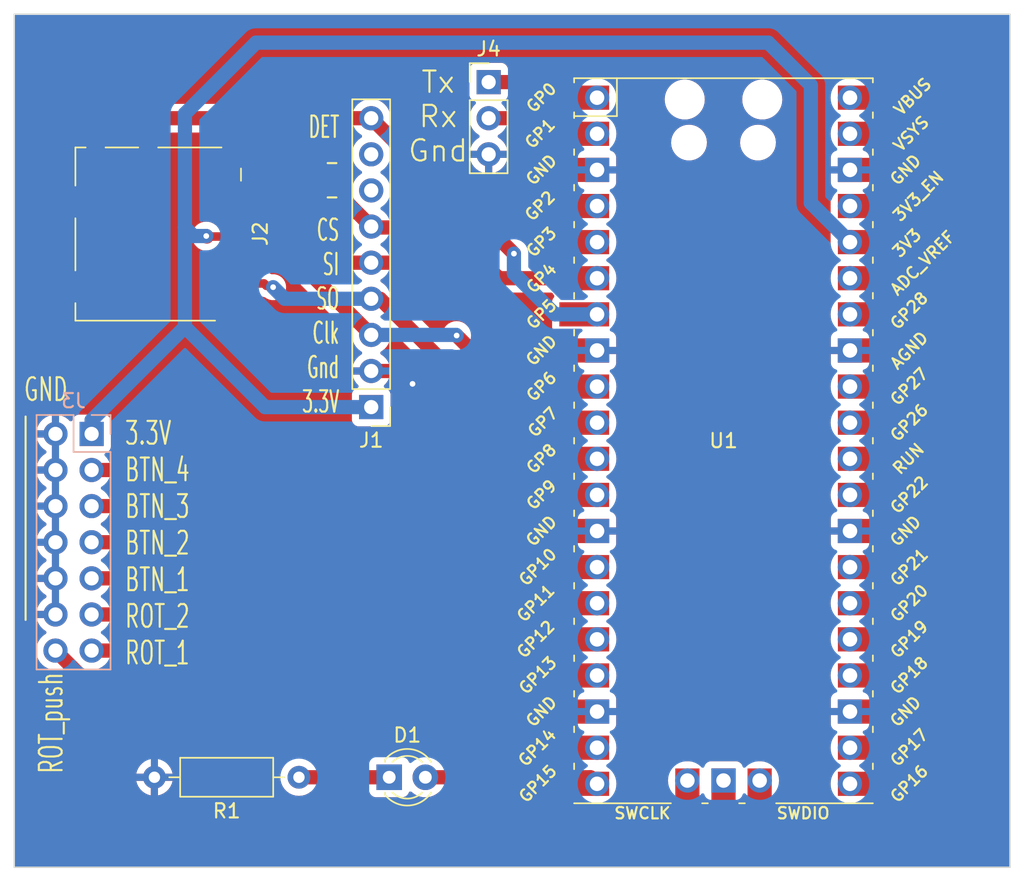
<source format=kicad_pcb>
(kicad_pcb (version 20221018) (generator pcbnew)
  (layers (0 "F.Cu" signal) (31 "B.Cu" signal) (34 "B.Paste" user) (35 "F.Paste" user) (36 "B.SilkS" user "B.Silkscreen") (37 "F.SilkS" user "F.Silkscreen") (38 "B.Mask" user) (39 "F.Mask" user) (44 "Edge.Cuts" user))
  (net 0 "")
  (net 1 "+3.3V")
  (net 2 "GND")
  (net 3 "SD_SPI_CLK")
  (net 4 "SD_SPI_TX")
  (net 5 "SD_SPI_RX")
  (net 6 "SD_CS")
  (net 7 "Net-(D1-K)")
  (net 9 "SD_DET")
  (net 13 "DBG_LED")
  (net 14 "ROT_1")
  (net 15 "ROT_2")
  (net 16 "ROT_BUTTON")
  (net 22 "BUTTON_1")
  (net 37 "BUTTON_2")
  (net 38 "BUTTON_3")
  (net 39 "BUTTON_4")
  (net 40 "DBG_TX")
  (net 41 "DBG_RX")
  (footprint "Connector_Card:microSD_HC_Molex_104031-0811" (layer "F.Cu") (at 110.12 115.4425 -90)
    (fp_text reference "J2" (at 0 -7.18 90) (layer "F.SilkS"))
    (fp_text value "104031-0811" hide)
    (fp_line (start -6.07 -4.45) (end -6.07 0) (stroke (width 0.12)) (layer "F.SilkS"))
    (fp_line (start -6.07 1.4) (end -6.07 3.7) (stroke (width 0.12)) (layer "F.SilkS"))
    (fp_line (start -6.07 5.1) (end -6.07 5.82) (stroke (width 0.12)) (layer "F.SilkS"))
    (fp_line (start -6.07 5.82) (end -3.39 5.82) (stroke (width 0.12)) (layer "F.SilkS"))
    (fp_line (start -4.59 -5.82) (end -3.73 -5.82) (stroke (width 0.12)) (layer "F.SilkS"))
    (fp_line (start -1.09 5.82) (end 2.58 5.82) (stroke (width 0.12)) (layer "F.SilkS"))
    (fp_line (start 4.88 5.82) (end 6.11 5.82) (stroke (width 0.12)) (layer "F.SilkS"))
    (fp_line (start 6.11 5.82) (end 6.11 -4) (stroke (width 0.12)) (layer "F.SilkS"))
    (pad "1" smd rect (at -3.105 -5.45 270) (size 0.85 1.1) (layers "F.Cu" "F.Paste" "F.Mask"))
    (pad "2" smd rect (at -2.005 -5.45 270) (size 0.85 1.1) (layers "F.Cu" "F.Paste" "F.Mask") (net 6 "SD_CS"))
    (pad "3" smd rect (at -0.905 -5.45 270) (size 0.85 1.1) (layers "F.Cu" "F.Paste" "F.Mask") (net 4 "SD_SPI_TX"))
    (pad "4" smd rect (at 0.195 -5.45 270) (size 0.85 1.1) (layers "F.Cu" "F.Paste" "F.Mask") (net 1 "+3.3V"))
    (pad "5" smd rect (at 1.295 -5.45 270) (size 0.85 1.1) (layers "F.Cu" "F.Paste" "F.Mask") (net 3 "SD_SPI_CLK"))
    (pad "6" smd rect (at 2.395 -5.45 270) (size 0.85 1.1) (layers "F.Cu" "F.Paste" "F.Mask") (net 2 "GND"))
    (pad "7" smd rect (at 3.495 -5.45 270) (size 0.85 1.1) (layers "F.Cu" "F.Paste" "F.Mask") (net 5 "SD_SPI_RX"))
    (pad "8" smd rect (at 4.545 -5.45 270) (size 0.75 1.1) (layers "F.Cu" "F.Paste" "F.Mask"))
    (pad "9" smd rect (at -5.74 0.7 270) (size 1.2 1) (layers "F.Cu" "F.Paste" "F.Mask") (net 9 "SD_DET"))
    (pad "10" smd rect (at -5.74 4.4 270) (size 1.2 1) (layers "F.Cu" "F.Paste" "F.Mask") (net 2 "GND"))
    (pad "11" smd rect (at -5.565 -5.325 270) (size 1.55 1.35) (layers "F.Cu" "F.Paste" "F.Mask"))
    (pad "11" smd rect (at -2.24 5.375 270) (size 1.9 1.35) (layers "F.Cu" "F.Paste" "F.Mask"))
    (pad "11" smd rect (at 3.73 5.375 270) (size 1.9 1.35) (layers "F.Cu" "F.Paste" "F.Mask"))
    (pad "11" smd rect (at 5.755 -5.1 270) (size 1.17 1.8) (layers "F.Cu" "F.Paste" "F.Mask"))
  )
  (footprint "MCU_RaspberryPi_and_Boards:RPi_Pico_SMD_TH" (layer "F.Cu") (at 149.86 130)
    (fp_text reference "U1" (at 0 0) (layer "F.SilkS"))
    (fp_text value "Pico")
    (fp_text user "GND" (at -12.8 6.35 45) (layer "F.SilkS") (effects (font (size 0.8 0.8))))
    (fp_text user "GP2" (at -12.9 -16.51 45) (layer "F.SilkS") (effects (font (size 0.8 0.8))))
    (fp_text user "GP3" (at -12.8 -13.97 45) (layer "F.SilkS") (effects (font (size 0.8 0.8))))
    (fp_text user "GP15" (at -13.054 24.13 45) (layer "F.SilkS") (effects (font (size 0.8 0.8))))
    (fp_text user "GP21" (at 13.054 8.9 45) (layer "F.SilkS") (effects (font (size 0.8 0.8))))
    (fp_text user "GP7" (at -12.7 -1.3 45) (layer "F.SilkS") (effects (font (size 0.8 0.8))))
    (fp_text user "GP26" (at 13.054 -1.27 45) (layer "F.SilkS") (effects (font (size 0.8 0.8))))
    (fp_text user "GP19" (at 13.054 13.97 45) (layer "F.SilkS") (effects (font (size 0.8 0.8))))
    (fp_text user "GP4" (at -12.8 -11.43 45) (layer "F.SilkS") (effects (font (size 0.8 0.8))))
    (fp_text user "GP1" (at -12.9 -21.6 45) (layer "F.SilkS") (effects (font (size 0.8 0.8))))
    (fp_text user "VBUS" (at 13.3 -24.2 45) (layer "F.SilkS") (effects (font (size 0.8 0.8))))
    (fp_text user "GP9" (at -12.8 3.81 45) (layer "F.SilkS") (effects (font (size 0.8 0.8))))
    (fp_text user "RUN" (at 13 1.27 45) (layer "F.SilkS") (effects (font (size 0.8 0.8))))
    (fp_text user "GP28" (at 13.054 -9.144 45) (layer "F.SilkS") (effects (font (size 0.8 0.8))))
    (fp_text user "GND" (at 12.8 -19.05 45) (layer "F.SilkS") (effects (font (size 0.8 0.8))))
    (fp_text user "AGND" (at 13.054 -6.35 45) (layer "F.SilkS") (effects (font (size 0.8 0.8))))
    (fp_text user "SWDIO" (at 5.6 26.2) (layer "F.SilkS") (effects (font (size 0.8 0.8))))
    (fp_text user "GP5" (at -12.8 -8.89 45) (layer "F.SilkS") (effects (font (size 0.8 0.8))))
    (fp_text user "GND" (at -12.8 -19.05 45) (layer "F.SilkS") (effects (font (size 0.8 0.8))))
    (fp_text user "3V3" (at 12.9 -13.9 45) (layer "F.SilkS") (effects (font (size 0.8 0.8))))
    (fp_text user "GND" (at 12.8 19.05 45) (layer "F.SilkS") (effects (font (size 0.8 0.8))))
    (fp_text user "GP22" (at 13.054 3.81 45) (layer "F.SilkS") (effects (font (size 0.8 0.8))))
    (fp_text user "GND" (at 12.8 6.35 45) (layer "F.SilkS") (effects (font (size 0.8 0.8))))
    (fp_text user "GP18" (at 13.054 16.51 45) (layer "F.SilkS") (effects (font (size 0.8 0.8))))
    (fp_text user "ADC_VREF" (at 14 -12.5 45) (layer "F.SilkS") (effects (font (size 0.8 0.8))))
    (fp_text user "GP12" (at -13.2 13.97 45) (layer "F.SilkS") (effects (font (size 0.8 0.8))))
    (fp_text user "VSYS" (at 13.2 -21.59 45) (layer "F.SilkS") (effects (font (size 0.8 0.8))))
    (fp_text user "GP27" (at 13.054 -3.8 45) (layer "F.SilkS") (effects (font (size 0.8 0.8))))
    (fp_text user "GP20" (at 13.054 11.43 45) (layer "F.SilkS") (effects (font (size 0.8 0.8))))
    (fp_text user "GND" (at -12.8 -6.35 45) (layer "F.SilkS") (effects (font (size 0.8 0.8))))
    (fp_text user "GP6" (at -12.8 -3.81 45) (layer "F.SilkS") (effects (font (size 0.8 0.8))))
    (fp_text user "GP11" (at -13.2 11.43 45) (layer "F.SilkS") (effects (font (size 0.8 0.8))))
    (fp_text user "GP14" (at -13.1 21.59 45) (layer "F.SilkS") (effects (font (size 0.8 0.8))))
    (fp_text user "GP13" (at -13.054 16.51 45) (layer "F.SilkS") (effects (font (size 0.8 0.8))))
    (fp_text user "GP8" (at -12.8 1.27 45) (layer "F.SilkS") (effects (font (size 0.8 0.8))))
    (fp_text user "GND" (at -12.8 19.05 45) (layer "F.SilkS") (effects (font (size 0.8 0.8))))
    (fp_text user "SWCLK" (at -5.7 26.2) (layer "F.SilkS") (effects (font (size 0.8 0.8))))
    (fp_text user "GP0" (at -12.8 -24.13 45) (layer "F.SilkS") (effects (font (size 0.8 0.8))))
    (fp_text user "GP10" (at -13.054 8.89 45) (layer "F.SilkS") (effects (font (size 0.8 0.8))))
    (fp_text user "3V3_EN" (at 13.7 -17.2 45) (layer "F.SilkS") (effects (font (size 0.8 0.8))))
    (fp_text user "GP16" (at 13.054 24.13 45) (layer "F.SilkS") (effects (font (size 0.8 0.8))))
    (fp_text user "GP17" (at 13.054 21.59 45) (layer "F.SilkS") (effects (font (size 0.8 0.8))))
    (fp_line (start -10.5 -25.5) (end -10.5 -25.2) (stroke (width 0.12)) (layer "F.SilkS"))
    (fp_line (start -10.5 -25.5) (end 10.5 -25.5) (stroke (width 0.12)) (layer "F.SilkS"))
    (fp_line (start -10.5 -23.1) (end -10.5 -22.7) (stroke (width 0.12)) (layer "F.SilkS"))
    (fp_line (start -10.5 -22.833) (end -7.493 -22.833) (stroke (width 0.12)) (layer "F.SilkS"))
    (fp_line (start -10.5 -20.5) (end -10.5 -20.1) (stroke (width 0.12)) (layer "F.SilkS"))
    (fp_line (start -10.5 -18) (end -10.5 -17.6) (stroke (width 0.12)) (layer "F.SilkS"))
    (fp_line (start -10.5 -15.4) (end -10.5 -15) (stroke (width 0.12)) (layer "F.SilkS"))
    (fp_line (start -10.5 -12.9) (end -10.5 -12.5) (stroke (width 0.12)) (layer "F.SilkS"))
    (fp_line (start -10.5 -10.4) (end -10.5 -10) (stroke (width 0.12)) (layer "F.SilkS"))
    (fp_line (start -10.5 -7.8) (end -10.5 -7.4) (stroke (width 0.12)) (layer "F.SilkS"))
    (fp_line (start -10.5 -5.3) (end -10.5 -4.9) (stroke (width 0.12)) (layer "F.SilkS"))
    (fp_line (start -10.5 -2.7) (end -10.5 -2.3) (stroke (width 0.12)) (layer "F.SilkS"))
    (fp_line (start -10.5 -0.2) (end -10.5 0.2) (stroke (width 0.12)) (layer "F.SilkS"))
    (fp_line (start -10.5 2.3) (end -10.5 2.7) (stroke (width 0.12)) (layer "F.SilkS"))
    (fp_line (start -10.5 4.9) (end -10.5 5.3) (stroke (width 0.12)) (layer "F.SilkS"))
    (fp_line (start -10.5 7.4) (end -10.5 7.8) (stroke (width 0.12)) (layer "F.SilkS"))
    (fp_line (start -10.5 10) (end -10.5 10.4) (stroke (width 0.12)) (layer "F.SilkS"))
    (fp_line (start -10.5 12.5) (end -10.5 12.9) (stroke (width 0.12)) (layer "F.SilkS"))
    (fp_line (start -10.5 15.1) (end -10.5 15.5) (stroke (width 0.12)) (layer "F.SilkS"))
    (fp_line (start -10.5 17.6) (end -10.5 18) (stroke (width 0.12)) (layer "F.SilkS"))
    (fp_line (start -10.5 20.1) (end -10.5 20.5) (stroke (width 0.12)) (layer "F.SilkS"))
    (fp_line (start -10.5 22.7) (end -10.5 23.1) (stroke (width 0.12)) (layer "F.SilkS"))
    (fp_line (start -7.493 -22.833) (end -7.493 -25.5) (stroke (width 0.12)) (layer "F.SilkS"))
    (fp_line (start -3.7 25.5) (end -10.5 25.5) (stroke (width 0.12)) (layer "F.SilkS"))
    (fp_line (start -1.5 25.5) (end -1.1 25.5) (stroke (width 0.12)) (layer "F.SilkS"))
    (fp_line (start 1.1 25.5) (end 1.5 25.5) (stroke (width 0.12)) (layer "F.SilkS"))
    (fp_line (start 10.5 -25.5) (end 10.5 -25.2) (stroke (width 0.12)) (layer "F.SilkS"))
    (fp_line (start 10.5 -23.1) (end 10.5 -22.7) (stroke (width 0.12)) (layer "F.SilkS"))
    (fp_line (start 10.5 -20.5) (end 10.5 -20.1) (stroke (width 0.12)) (layer "F.SilkS"))
    (fp_line (start 10.5 -18) (end 10.5 -17.6) (stroke (width 0.12)) (layer "F.SilkS"))
    (fp_line (start 10.5 -15.4) (end 10.5 -15) (stroke (width 0.12)) (layer "F.SilkS"))
    (fp_line (start 10.5 -12.9) (end 10.5 -12.5) (stroke (width 0.12)) (layer "F.SilkS"))
    (fp_line (start 10.5 -10.4) (end 10.5 -10) (stroke (width 0.12)) (layer "F.SilkS"))
    (fp_line (start 10.5 -7.8) (end 10.5 -7.4) (stroke (width 0.12)) (layer "F.SilkS"))
    (fp_line (start 10.5 -5.3) (end 10.5 -4.9) (stroke (width 0.12)) (layer "F.SilkS"))
    (fp_line (start 10.5 -2.7) (end 10.5 -2.3) (stroke (width 0.12)) (layer "F.SilkS"))
    (fp_line (start 10.5 -0.2) (end 10.5 0.2) (stroke (width 0.12)) (layer "F.SilkS"))
    (fp_line (start 10.5 2.3) (end 10.5 2.7) (stroke (width 0.12)) (layer "F.SilkS"))
    (fp_line (start 10.5 4.9) (end 10.5 5.3) (stroke (width 0.12)) (layer "F.SilkS"))
    (fp_line (start 10.5 7.4) (end 10.5 7.8) (stroke (width 0.12)) (layer "F.SilkS"))
    (fp_line (start 10.5 10) (end 10.5 10.4) (stroke (width 0.12)) (layer "F.SilkS"))
    (fp_line (start 10.5 12.5) (end 10.5 12.9) (stroke (width 0.12)) (layer "F.SilkS"))
    (fp_line (start 10.5 15.1) (end 10.5 15.5) (stroke (width 0.12)) (layer "F.SilkS"))
    (fp_line (start 10.5 17.6) (end 10.5 18) (stroke (width 0.12)) (layer "F.SilkS"))
    (fp_line (start 10.5 20.1) (end 10.5 20.5) (stroke (width 0.12)) (layer "F.SilkS"))
    (fp_line (start 10.5 22.7) (end 10.5 23.1) (stroke (width 0.12)) (layer "F.SilkS"))
    (fp_line (start 10.5 25.5) (end 3.7 25.5) (stroke (width 0.12)) (layer "F.SilkS"))
    (pad "" np_thru_hole oval (at -2.725 -24) (size 1.8 1.8) (drill 1.8) (layers "*.Cu" "*.Mask"))
    (pad "" np_thru_hole oval (at -2.425 -20.97) (size 1.5 1.5) (drill 1.5) (layers "*.Cu" "*.Mask"))
    (pad "" np_thru_hole oval (at 2.425 -20.97) (size 1.5 1.5) (drill 1.5) (layers "*.Cu" "*.Mask"))
    (pad "" np_thru_hole oval (at 2.725 -24) (size 1.8 1.8) (drill 1.8) (layers "*.Cu" "*.Mask"))
    (pad "1" thru_hole oval (at -8.89 -24.13) (size 1.7 1.7) (drill 1.02) (layers "*.Cu" "*.Mask") (net 40 "DBG_TX"))
    (pad "1" smd rect (at -8.89 -24.13) (size 3.5 1.7) (drill (offset -0.9 0)) (layers "F.Cu" "F.Mask") (net 40 "DBG_TX"))
    (pad "2" thru_hole oval (at -8.89 -21.59) (size 1.7 1.7) (drill 1.02) (layers "*.Cu" "*.Mask") (net 41 "DBG_RX"))
    (pad "2" smd rect (at -8.89 -21.59) (size 3.5 1.7) (drill (offset -0.9 0)) (layers "F.Cu" "F.Mask") (net 41 "DBG_RX"))
    (pad "3" thru_hole rect (at -8.89 -19.05) (size 1.7 1.7) (drill 1.02) (layers "*.Cu" "*.Mask") (net 2 "GND"))
    (pad "3" smd rect (at -8.89 -19.05) (size 3.5 1.7) (drill (offset -0.9 0)) (layers "F.Cu" "F.Mask") (net 2 "GND"))
    (pad "4" thru_hole oval (at -8.89 -16.51) (size 1.7 1.7) (drill 1.02) (layers "*.Cu" "*.Mask") (net 9 "SD_DET"))
    (pad "4" smd rect (at -8.89 -16.51) (size 3.5 1.7) (drill (offset -0.9 0)) (layers "F.Cu" "F.Mask") (net 9 "SD_DET"))
    (pad "5" thru_hole oval (at -8.89 -13.97) (size 1.7 1.7) (drill 1.02) (layers "*.Cu" "*.Mask"))
    (pad "5" smd rect (at -8.89 -13.97) (size 3.5 1.7) (drill (offset -0.9 0)) (layers "F.Cu" "F.Mask"))
    (pad "6" thru_hole oval (at -8.89 -11.43) (size 1.7 1.7) (drill 1.02) (layers "*.Cu" "*.Mask") (net 4 "SD_SPI_TX"))
    (pad "6" smd rect (at -8.89 -11.43) (size 3.5 1.7) (drill (offset -0.9 0)) (layers "F.Cu" "F.Mask") (net 4 "SD_SPI_TX"))
    (pad "7" thru_hole oval (at -8.89 -8.89) (size 1.7 1.7) (drill 1.02) (layers "*.Cu" "*.Mask") (net 6 "SD_CS"))
    (pad "7" smd rect (at -8.89 -8.89) (size 3.5 1.7) (drill (offset -0.9 0)) (layers "F.Cu" "F.Mask") (net 6 "SD_CS"))
    (pad "8" thru_hole rect (at -8.89 -6.35) (size 1.7 1.7) (drill 1.02) (layers "*.Cu" "*.Mask") (net 2 "GND"))
    (pad "8" smd rect (at -8.89 -6.35) (size 3.5 1.7) (drill (offset -0.9 0)) (layers "F.Cu" "F.Mask") (net 2 "GND"))
    (pad "9" thru_hole oval (at -8.89 -3.81) (size 1.7 1.7) (drill 1.02) (layers "*.Cu" "*.Mask") (net 3 "SD_SPI_CLK"))
    (pad "9" smd rect (at -8.89 -3.81) (size 3.5 1.7) (drill (offset -0.9 0)) (layers "F.Cu" "F.Mask") (net 3 "SD_SPI_CLK"))
    (pad "10" thru_hole oval (at -8.89 -1.27) (size 1.7 1.7) (drill 1.02) (layers "*.Cu" "*.Mask") (net 5 "SD_SPI_RX"))
    (pad "10" smd rect (at -8.89 -1.27) (size 3.5 1.7) (drill (offset -0.9 0)) (layers "F.Cu" "F.Mask") (net 5 "SD_SPI_RX"))
    (pad "11" thru_hole oval (at -8.89 1.27) (size 1.7 1.7) (drill 1.02) (layers "*.Cu" "*.Mask") (net 39 "BUTTON_4"))
    (pad "11" smd rect (at -8.89 1.27) (size 3.5 1.7) (drill (offset -0.9 0)) (layers "F.Cu" "F.Mask") (net 39 "BUTTON_4"))
    (pad "12" thru_hole oval (at -8.89 3.81) (size 1.7 1.7) (drill 1.02) (layers "*.Cu" "*.Mask") (net 38 "BUTTON_3"))
    (pad "12" smd rect (at -8.89 3.81) (size 3.5 1.7) (drill (offset -0.9 0)) (layers "F.Cu" "F.Mask") (net 38 "BUTTON_3"))
    (pad "13" thru_hole rect (at -8.89 6.35) (size 1.7 1.7) (drill 1.02) (layers "*.Cu" "*.Mask") (net 2 "GND"))
    (pad "13" smd rect (at -8.89 6.35) (size 3.5 1.7) (drill (offset -0.9 0)) (layers "F.Cu" "F.Mask") (net 2 "GND"))
    (pad "14" thru_hole oval (at -8.89 8.89) (size 1.7 1.7) (drill 1.02) (layers "*.Cu" "*.Mask") (net 37 "BUTTON_2"))
    (pad "14" smd rect (at -8.89 8.89) (size 3.5 1.7) (drill (offset -0.9 0)) (layers "F.Cu" "F.Mask") (net 37 "BUTTON_2"))
    (pad "15" thru_hole oval (at -8.89 11.43) (size 1.7 1.7) (drill 1.02) (layers "*.Cu" "*.Mask") (net 22 "BUTTON_1"))
    (pad "15" smd rect (at -8.89 11.43) (size 3.5 1.7) (drill (offset -0.9 0)) (layers "F.Cu" "F.Mask") (net 22 "BUTTON_1"))
    (pad "16" thru_hole oval (at -8.89 13.97) (size 1.7 1.7) (drill 1.02) (layers "*.Cu" "*.Mask") (net 15 "ROT_2"))
    (pad "16" smd rect (at -8.89 13.97) (size 3.5 1.7) (drill (offset -0.9 0)) (layers "F.Cu" "F.Mask") (net 15 "ROT_2"))
    (pad "17" thru_hole oval (at -8.89 16.51) (size 1.7 1.7) (drill 1.02) (layers "*.Cu" "*.Mask") (net 14 "ROT_1"))
    (pad "17" smd rect (at -8.89 16.51) (size 3.5 1.7) (drill (offset -0.9 0)) (layers "F.Cu" "F.Mask") (net 14 "ROT_1"))
    (pad "18" thru_hole rect (at -8.89 19.05) (size 1.7 1.7) (drill 1.02) (layers "*.Cu" "*.Mask") (net 2 "GND"))
    (pad "18" smd rect (at -8.89 19.05) (size 3.5 1.7) (drill (offset -0.9 0)) (layers "F.Cu" "F.Mask") (net 2 "GND"))
    (pad "19" thru_hole oval (at -8.89 21.59) (size 1.7 1.7) (drill 1.02) (layers "*.Cu" "*.Mask") (net 16 "ROT_BUTTON"))
    (pad "19" smd rect (at -8.89 21.59) (size 3.5 1.7) (drill (offset -0.9 0)) (layers "F.Cu" "F.Mask") (net 16 "ROT_BUTTON"))
    (pad "20" thru_hole oval (at -8.89 24.13) (size 1.7 1.7) (drill 1.02) (layers "*.Cu" "*.Mask") (net 13 "DBG_LED"))
    (pad "20" smd rect (at -8.89 24.13) (size 3.5 1.7) (drill (offset -0.9 0)) (layers "F.Cu" "F.Mask") (net 13 "DBG_LED"))
    (pad "21" thru_hole oval (at 8.89 24.13) (size 1.7 1.7) (drill 1.02) (layers "*.Cu" "*.Mask"))
    (pad "21" smd rect (at 8.89 24.13) (size 3.5 1.7) (drill (offset 0.9 0)) (layers "F.Cu" "F.Mask"))
    (pad "22" thru_hole oval (at 8.89 21.59) (size 1.7 1.7) (drill 1.02) (layers "*.Cu" "*.Mask"))
    (pad "22" smd rect (at 8.89 21.59) (size 3.5 1.7) (drill (offset 0.9 0)) (layers "F.Cu" "F.Mask"))
    (pad "23" thru_hole rect (at 8.89 19.05) (size 1.7 1.7) (drill 1.02) (layers "*.Cu" "*.Mask") (net 2 "GND"))
    (pad "23" smd rect (at 8.89 19.05) (size 3.5 1.7) (drill (offset 0.9 0)) (layers "F.Cu" "F.Mask") (net 2 "GND"))
    (pad "24" thru_hole oval (at 8.89 16.51) (size 1.7 1.7) (drill 1.02) (layers "*.Cu" "*.Mask"))
    (pad "24" smd rect (at 8.89 16.51) (size 3.5 1.7) (drill (offset 0.9 0)) (layers "F.Cu" "F.Mask"))
    (pad "25" thru_hole oval (at 8.89 13.97) (size 1.7 1.7) (drill 1.02) (layers "*.Cu" "*.Mask"))
    (pad "25" smd rect (at 8.89 13.97) (size 3.5 1.7) (drill (offset 0.9 0)) (layers "F.Cu" "F.Mask"))
    (pad "26" thru_hole oval (at 8.89 11.43) (size 1.7 1.7) (drill 1.02) (layers "*.Cu" "*.Mask"))
    (pad "26" smd rect (at 8.89 11.43) (size 3.5 1.7) (drill (offset 0.9 0)) (layers "F.Cu" "F.Mask"))
    (pad "27" thru_hole oval (at 8.89 8.89) (size 1.7 1.7) (drill 1.02) (layers "*.Cu" "*.Mask"))
    (pad "27" smd rect (at 8.89 8.89) (size 3.5 1.7) (drill (offset 0.9 0)) (layers "F.Cu" "F.Mask"))
    (pad "28" thru_hole rect (at 8.89 6.35) (size 1.7 1.7) (drill 1.02) (layers "*.Cu" "*.Mask") (net 2 "GND"))
    (pad "28" smd rect (at 8.89 6.35) (size 3.5 1.7) (drill (offset 0.9 0)) (layers "F.Cu" "F.Mask") (net 2 "GND"))
    (pad "29" thru_hole oval (at 8.89 3.81) (size 1.7 1.7) (drill 1.02) (layers "*.Cu" "*.Mask"))
    (pad "29" smd rect (at 8.89 3.81) (size 3.5 1.7) (drill (offset 0.9 0)) (layers "F.Cu" "F.Mask"))
    (pad "30" thru_hole oval (at 8.89 1.27) (size 1.7 1.7) (drill 1.02) (layers "*.Cu" "*.Mask"))
    (pad "30" smd rect (at 8.89 1.27) (size 3.5 1.7) (drill (offset 0.9 0)) (layers "F.Cu" "F.Mask"))
    (pad "31" thru_hole oval (at 8.89 -1.27) (size 1.7 1.7) (drill 1.02) (layers "*.Cu" "*.Mask"))
    (pad "31" smd rect (at 8.89 -1.27) (size 3.5 1.7) (drill (offset 0.9 0)) (layers "F.Cu" "F.Mask"))
    (pad "32" thru_hole oval (at 8.89 -3.81) (size 1.7 1.7) (drill 1.02) (layers "*.Cu" "*.Mask"))
    (pad "32" smd rect (at 8.89 -3.81) (size 3.5 1.7) (drill (offset 0.9 0)) (layers "F.Cu" "F.Mask"))
    (pad "33" thru_hole rect (at 8.89 -6.35) (size 1.7 1.7) (drill 1.02) (layers "*.Cu" "*.Mask") (net 2 "GND"))
    (pad "33" smd rect (at 8.89 -6.35) (size 3.5 1.7) (drill (offset 0.9 0)) (layers "F.Cu" "F.Mask") (net 2 "GND"))
    (pad "34" thru_hole oval (at 8.89 -8.89) (size 1.7 1.7) (drill 1.02) (layers "*.Cu" "*.Mask"))
    (pad "34" smd rect (at 8.89 -8.89) (size 3.5 1.7) (drill (offset 0.9 0)) (layers "F.Cu" "F.Mask"))
    (pad "35" thru_hole oval (at 8.89 -11.43) (size 1.7 1.7) (drill 1.02) (layers "*.Cu" "*.Mask"))
    (pad "35" smd rect (at 8.89 -11.43) (size 3.5 1.7) (drill (offset 0.9 0)) (layers "F.Cu" "F.Mask"))
    (pad "36" thru_hole oval (at 8.89 -13.97) (size 1.7 1.7) (drill 1.02) (layers "*.Cu" "*.Mask") (net 1 "+3.3V"))
    (pad "36" smd rect (at 8.89 -13.97) (size 3.5 1.7) (drill (offset 0.9 0)) (layers "F.Cu" "F.Mask") (net 1 "+3.3V"))
    (pad "37" thru_hole oval (at 8.89 -16.51) (size 1.7 1.7) (drill 1.02) (layers "*.Cu" "*.Mask"))
    (pad "37" smd rect (at 8.89 -16.51) (size 3.5 1.7) (drill (offset 0.9 0)) (layers "F.Cu" "F.Mask"))
    (pad "38" thru_hole rect (at 8.89 -19.05) (size 1.7 1.7) (drill 1.02) (layers "*.Cu" "*.Mask") (net 2 "GND"))
    (pad "38" smd rect (at 8.89 -19.05) (size 3.5 1.7) (drill (offset 0.9 0)) (layers "F.Cu" "F.Mask") (net 2 "GND"))
    (pad "39" thru_hole oval (at 8.89 -21.59) (size 1.7 1.7) (drill 1.02) (layers "*.Cu" "*.Mask"))
    (pad "39" smd rect (at 8.89 -21.59) (size 3.5 1.7) (drill (offset 0.9 0)) (layers "F.Cu" "F.Mask"))
    (pad "40" thru_hole oval (at 8.89 -24.13) (size 1.7 1.7) (drill 1.02) (layers "*.Cu" "*.Mask"))
    (pad "40" smd rect (at 8.89 -24.13) (size 3.5 1.7) (drill (offset 0.9 0)) (layers "F.Cu" "F.Mask"))
    (pad "41" thru_hole oval (at -2.54 23.9) (size 1.7 1.7) (drill 1.02) (layers "*.Cu" "*.Mask"))
    (pad "41" smd rect (at -2.54 23.9 90) (size 3.5 1.7) (drill (offset -0.9 0)) (layers "F.Cu" "F.Mask"))
    (pad "42" thru_hole rect (at 0 23.9) (size 1.7 1.7) (drill 1.02) (layers "*.Cu" "*.Mask"))
    (pad "42" smd rect (at 0 23.9 90) (size 3.5 1.7) (drill (offset -0.9 0)) (layers "F.Cu" "F.Mask"))
    (pad "43" thru_hole oval (at 2.54 23.9) (size 1.7 1.7) (drill 1.02) (layers "*.Cu" "*.Mask"))
    (pad "43" smd rect (at 2.54 23.9 90) (size 3.5 1.7) (drill (offset -0.9 0)) (layers "F.Cu" "F.Mask"))
  )
  (footprint "Resistor_THT:R_Axial_DIN0207_L6.3mm_D2.5mm_P10.16mm_Horizontal" (layer "F.Cu") (at 120.015 153.67 180)
    (fp_text reference "R1" (at 5.08 -2.37) (layer "F.SilkS"))
    (fp_text value "R_US")
    (fp_line (start 1.04 0) (end 1.81 0) (stroke (width 0.12)) (layer "F.SilkS"))
    (fp_line (start 1.81 -1.37) (end 1.81 1.37) (stroke (width 0.12)) (layer "F.SilkS"))
    (fp_line (start 1.81 1.37) (end 8.35 1.37) (stroke (width 0.12)) (layer "F.SilkS"))
    (fp_line (start 8.35 -1.37) (end 1.81 -1.37) (stroke (width 0.12)) (layer "F.SilkS"))
    (fp_line (start 8.35 1.37) (end 8.35 -1.37) (stroke (width 0.12)) (layer "F.SilkS"))
    (fp_line (start 9.12 0) (end 8.35 0) (stroke (width 0.12)) (layer "F.SilkS"))
    (pad "1" thru_hole circle (at 0 0 180) (size 1.6 1.6) (drill 0.8) (layers "*.Cu" "*.Mask") (net 7 "Net-(D1-K)"))
    (pad "2" thru_hole oval (at 10.16 0 180) (size 1.6 1.6) (drill 0.8) (layers "*.Cu" "*.Mask") (net 2 "GND"))
  )
  (footprint "Connector_PinHeader_2.54mm:PinHeader_1x09_P2.54mm_Vertical" (layer "F.Cu") (at 125.095 127.635 180)
    (fp_text reference "J1" (at 0 -2.33) (layer "F.SilkS"))
    (fp_text value "Conn_01x09_Male" hide)
    (fp_line (start -1.33 -1.33) (end 0 -1.33) (stroke (width 0.12)) (layer "F.SilkS"))
    (fp_line (start -1.33 0) (end -1.33 -1.33) (stroke (width 0.12)) (layer "F.SilkS"))
    (fp_line (start -1.33 1.27) (end -1.33 21.65) (stroke (width 0.12)) (layer "F.SilkS"))
    (fp_line (start -1.33 1.27) (end 1.33 1.27) (stroke (width 0.12)) (layer "F.SilkS"))
    (fp_line (start -1.33 21.65) (end 1.33 21.65) (stroke (width 0.12)) (layer "F.SilkS"))
    (fp_line (start 1.33 1.27) (end 1.33 21.65) (stroke (width 0.12)) (layer "F.SilkS"))
    (pad "1" thru_hole rect (at 0 0 180) (size 1.7 1.7) (drill 1) (layers "*.Cu" "*.Mask") (net 1 "+3.3V"))
    (pad "2" thru_hole oval (at 0 2.54 180) (size 1.7 1.7) (drill 1) (layers "*.Cu" "*.Mask") (net 2 "GND"))
    (pad "3" thru_hole oval (at 0 5.08 180) (size 1.7 1.7) (drill 1) (layers "*.Cu" "*.Mask") (net 3 "SD_SPI_CLK"))
    (pad "4" thru_hole oval (at 0 7.62 180) (size 1.7 1.7) (drill 1) (layers "*.Cu" "*.Mask") (net 5 "SD_SPI_RX"))
    (pad "5" thru_hole oval (at 0 10.16 180) (size 1.7 1.7) (drill 1) (layers "*.Cu" "*.Mask") (net 4 "SD_SPI_TX"))
    (pad "6" thru_hole oval (at 0 12.7 180) (size 1.7 1.7) (drill 1) (layers "*.Cu" "*.Mask") (net 6 "SD_CS"))
    (pad "7" thru_hole oval (at 0 15.24 180) (size 1.7 1.7) (drill 1) (layers "*.Cu" "*.Mask"))
    (pad "8" thru_hole oval (at 0 17.78 180) (size 1.7 1.7) (drill 1) (layers "*.Cu" "*.Mask"))
    (pad "9" thru_hole oval (at 0 20.32 180) (size 1.7 1.7) (drill 1) (layers "*.Cu" "*.Mask") (net 9 "SD_DET"))
  )
  (footprint "Connector_PinHeader_2.54mm:PinHeader_1x03_P2.54mm_Vertical" (layer "F.Cu") (at 133.35 104.775)
    (fp_text reference "J4" (at 0 -2.33) (layer "F.SilkS"))
    (fp_text value "Conn_01x03_Male" hide)
    (fp_line (start -1.33 -1.33) (end 0 -1.33) (stroke (width 0.12)) (layer "F.SilkS"))
    (fp_line (start -1.33 0) (end -1.33 -1.33) (stroke (width 0.12)) (layer "F.SilkS"))
    (fp_line (start -1.33 1.27) (end -1.33 6.41) (stroke (width 0.12)) (layer "F.SilkS"))
    (fp_line (start -1.33 1.27) (end 1.33 1.27) (stroke (width 0.12)) (layer "F.SilkS"))
    (fp_line (start -1.33 6.41) (end 1.33 6.41) (stroke (width 0.12)) (layer "F.SilkS"))
    (fp_line (start 1.33 1.27) (end 1.33 6.41) (stroke (width 0.12)) (layer "F.SilkS"))
    (pad "1" thru_hole rect (at 0 0) (size 1.7 1.7) (drill 1) (layers "*.Cu" "*.Mask") (net 40 "DBG_TX"))
    (pad "2" thru_hole oval (at 0 2.54) (size 1.7 1.7) (drill 1) (layers "*.Cu" "*.Mask") (net 41 "DBG_RX"))
    (pad "3" thru_hole oval (at 0 5.08) (size 1.7 1.7) (drill 1) (layers "*.Cu" "*.Mask") (net 2 "GND"))
  )
  (footprint "LED_THT:LED_D3.0mm" (layer "F.Cu") (at 126.36 153.67)
    (fp_text reference "D1" (at 1.27 -2.96) (layer "F.SilkS"))
    (fp_text value "LED")
    (fp_line (start -0.29 -1.236) (end -0.29 -1.08) (stroke (width 0.12)) (layer "F.SilkS"))
    (fp_line (start -0.29 1.08) (end -0.29 1.236) (stroke (width 0.12)) (layer "F.SilkS"))
    (fp_arc (start -0.29 -1.235516) (mid 1.366487 -1.987659) (end 2.942335 -1.078608) (stroke (width 0.12)) (layer "F.SilkS"))
    (fp_arc (start 0.229039 -1.08) (mid 1.270117 -1.5) (end 2.31113 -1.079837) (stroke (width 0.12)) (layer "F.SilkS"))
    (fp_arc (start 2.31113 1.079837) (mid 1.270117 1.5) (end 0.229039 1.08) (stroke (width 0.12)) (layer "F.SilkS"))
    (fp_arc (start 2.942335 1.078608) (mid 1.366487 1.987659) (end -0.29 1.235516) (stroke (width 0.12)) (layer "F.SilkS"))
    (pad "1" thru_hole rect (at 0 0) (size 1.8 1.8) (drill 0.9) (layers "*.Cu" "*.Mask") (net 7 "Net-(D1-K)"))
    (pad "2" thru_hole circle (at 2.54 0) (size 1.8 1.8) (drill 0.9) (layers "*.Cu" "*.Mask") (net 13 "DBG_LED"))
  )
  (footprint "Connector_PinHeader_2.54mm:PinHeader_2x07_P2.54mm_Vertical" (layer "B.Cu") (at 105.44 129.52 180)
    (fp_text reference "J3" (at 1.27 2.33) (layer "B.SilkS") (effects (justify mirror)))
    (fp_text value "buttons")
    (fp_line (start -1.33 -16.57) (end 3.87 -16.57) (stroke (width 0.12)) (layer "B.SilkS"))
    (fp_line (start -1.33 -1.27) (end -1.33 -16.57) (stroke (width 0.12)) (layer "B.SilkS"))
    (fp_line (start -1.33 -1.27) (end 1.27 -1.27) (stroke (width 0.12)) (layer "B.SilkS"))
    (fp_line (start -1.33 0) (end -1.33 1.33) (stroke (width 0.12)) (layer "B.SilkS"))
    (fp_line (start -1.33 1.33) (end 0 1.33) (stroke (width 0.12)) (layer "B.SilkS"))
    (fp_line (start 1.27 -1.27) (end 1.27 1.33) (stroke (width 0.12)) (layer "B.SilkS"))
    (fp_line (start 1.27 1.33) (end 3.87 1.33) (stroke (width 0.12)) (layer "B.SilkS"))
    (fp_line (start 3.87 1.33) (end 3.87 -16.57) (stroke (width 0.12)) (layer "B.SilkS"))
    (pad "1" thru_hole rect (at 0 0 180) (size 1.7 1.7) (drill 1) (layers "*.Cu" "*.Mask") (net 1 "+3.3V"))
    (pad "2" thru_hole oval (at 2.54 0 180) (size 1.7 1.7) (drill 1) (layers "*.Cu" "*.Mask") (net 2 "GND"))
    (pad "3" thru_hole oval (at 0 -2.54 180) (size 1.7 1.7) (drill 1) (layers "*.Cu" "*.Mask") (net 39 "BUTTON_4"))
    (pad "4" thru_hole oval (at 2.54 -2.54 180) (size 1.7 1.7) (drill 1) (layers "*.Cu" "*.Mask") (net 2 "GND"))
    (pad "5" thru_hole oval (at 0 -5.08 180) (size 1.7 1.7) (drill 1) (layers "*.Cu" "*.Mask") (net 38 "BUTTON_3"))
    (pad "6" thru_hole oval (at 2.54 -5.08 180) (size 1.7 1.7) (drill 1) (layers "*.Cu" "*.Mask") (net 2 "GND"))
    (pad "7" thru_hole oval (at 0 -7.62 180) (size 1.7 1.7) (drill 1) (layers "*.Cu" "*.Mask") (net 37 "BUTTON_2"))
    (pad "8" thru_hole oval (at 2.54 -7.62 180) (size 1.7 1.7) (drill 1) (layers "*.Cu" "*.Mask") (net 2 "GND"))
    (pad "9" thru_hole oval (at 0 -10.16 180) (size 1.7 1.7) (drill 1) (layers "*.Cu" "*.Mask") (net 22 "BUTTON_1"))
    (pad "10" thru_hole oval (at 2.54 -10.16 180) (size 1.7 1.7) (drill 1) (layers "*.Cu" "*.Mask") (net 2 "GND"))
    (pad "11" thru_hole oval (at 0 -12.7 180) (size 1.7 1.7) (drill 1) (layers "*.Cu" "*.Mask") (net 15 "ROT_2"))
    (pad "12" thru_hole oval (at 2.54 -12.7 180) (size 1.7 1.7) (drill 1) (layers "*.Cu" "*.Mask") (net 2 "GND"))
    (pad "13" thru_hole oval (at 0 -15.24 180) (size 1.7 1.7) (drill 1) (layers "*.Cu" "*.Mask") (net 14 "ROT_1"))
    (pad "14" thru_hole oval (at 2.54 -15.24 180) (size 1.7 1.7) (drill 1) (layers "*.Cu" "*.Mask") (net 16 "ROT_BUTTON"))
  )
  (gr_line (start 100.8 128.3) (end 100.8 142.6) (stroke (width 0.15)) (layer "F.SilkS"))
  (gr_rect (start 100 100) (end 170 160) (stroke (width 0.1)) (fill none) (layer "Edge.Cuts"))
  (gr_text "Tx\nRx\nGnd" (at 129.794 107.188) (layer "F.SilkS") (effects (font (size 1.5 1.5))))
  (gr_text "ROT_push\n" (at 102.6 153.5 90) (layer "F.SilkS") (effects (font (size 1.6 1)) (justify left)))
  (gr_text "GND" (at 100.6 126.4) (layer "F.SilkS") (effects (font (size 1.6 1)) (justify left)))
  (gr_text "DET\n-\n-\nCS\nSI\nSO\nClk\nGnd\n3.3V" (at 122.936 117.602) (layer "F.SilkS") (effects (font (size 1.5 0.8)) (justify right)))
  (gr_text "3.3V\nBTN_4\nBTN_3\nBTN_2\nBTN_1\nROT_2\nROT_1\n" (at 107.7 137.2) (layer "F.SilkS") (effects (font (size 1.6 1)) (justify left)))
  (segment (start 113.5375 115.6375) (end 113.5 115.6) (width 1) (layer "F.Cu") (net 1))
  (segment (start 115.57 115.6375) (end 113.5375 115.6375) (width 0.6) (layer "F.Cu") (net 1))
  (via (at 113.5 115.6) (size 0.8) (drill 0.4) (layers "F.Cu" "B.Cu") (net 1))
  (segment (start 112 115) (end 112 122) (width 1) (layer "B.Cu") (net 1))
  (segment (start 112.6 115.6) (end 112 115) (width 1) (layer "B.Cu") (net 1))
  (segment (start 153 102) (end 117 102) (width 1) (layer "B.Cu") (net 1))
  (segment (start 156 105) (end 153 102) (width 1) (layer "B.Cu") (net 1))
  (segment (start 125.095 127.635) (end 117.635 127.635) (width 1) (layer "B.Cu") (net 1))
  (segment (start 105.44 128.56) (end 105.44 129.52) (width 1) (layer "B.Cu") (net 1))
  (segment (start 117 102) (end 112 107) (width 1) (layer "B.Cu") (net 1))
  (segment (start 156 113.28) (end 156 105) (width 1) (layer "B.Cu") (net 1))
  (segment (start 158.75 116.03) (end 156 113.28) (width 1) (layer "B.Cu") (net 1))
  (segment (start 117.635 127.635) (end 112 122) (width 1) (layer "B.Cu") (net 1))
  (segment (start 113.5 115.6) (end 112.6 115.6) (width 1) (layer "B.Cu") (net 1))
  (segment (start 112 107) (end 112 115) (width 1) (layer "B.Cu") (net 1))
  (segment (start 105.44 128.56) (end 112 122) (width 1) (layer "B.Cu") (net 1))
  (segment (start 127.095 125.095) (end 128 126) (width 1) (layer "F.Cu") (net 2))
  (segment (start 125.095 125.095) (end 127.095 125.095) (width 1) (layer "F.Cu") (net 2))
  (via (at 128 126) (size 0.8) (drill 0.4) (layers "F.Cu" "B.Cu") (net 2))
  (segment (start 134.69 126.19) (end 140.97 126.19) (width 1) (layer "F.Cu") (net 3))
  (segment (start 131.1 122.6) (end 134.69 126.19) (width 1) (layer "F.Cu") (net 3))
  (segment (start 117 116.7375) (end 115.57 116.7375) (width 0.6) (layer "F.Cu") (net 3))
  (segment (start 119.2775 116.7375) (end 117 116.7375) (width 1) (layer "F.Cu") (net 3))
  (segment (start 125.095 122.555) (end 119.2775 116.7375) (width 1) (layer "F.Cu") (net 3))
  (via (at 131.1 122.6) (size 0.8) (drill 0.4) (layers "F.Cu" "B.Cu") (net 3))
  (segment (start 131.055 122.555) (end 131.1 122.6) (width 1) (layer "B.Cu") (net 3))
  (segment (start 125.095 122.555) (end 131.055 122.555) (width 1) (layer "B.Cu") (net 3))
  (segment (start 115.57 114.5375) (end 116.5375 114.5375) (width 0.6) (layer "F.Cu") (net 4))
  (segment (start 120.842 115) (end 123.317 117.475) (width 1) (layer "F.Cu") (net 4))
  (segment (start 140.97 118.57) (end 134.064 118.57) (width 1) (layer "F.Cu") (net 4))
  (segment (start 134.064 118.57) (end 132.969 117.475) (width 1) (layer "F.Cu") (net 4))
  (segment (start 116.5375 114.5375) (end 117 115) (width 0.6) (layer "F.Cu") (net 4))
  (segment (start 132.969 117.475) (end 125.095 117.475) (width 1) (layer "F.Cu") (net 4))
  (segment (start 117 115) (end 120.842 115) (width 1) (layer "F.Cu") (net 4))
  (segment (start 123.317 117.475) (end 125.095 117.475) (width 1) (layer "F.Cu") (net 4))
  (segment (start 134.43 128.73) (end 140.97 128.73) (width 1) (layer "F.Cu") (net 5))
  (segment (start 118.2 119.2) (end 118.1 119.1) (width 0.6) (layer "F.Cu") (net 5))
  (segment (start 118.1 119.1) (end 117.725 119.1) (width 0.6) (layer "F.Cu") (net 5))
  (segment (start 117.5625 118.9375) (end 115.57 118.9375) (width 0.6) (layer "F.Cu") (net 5))
  (segment (start 125.095 120.015) (end 125.715 120.015) (width 1) (layer "F.Cu") (net 5))
  (segment (start 117.725 119.1) (end 117.5625 118.9375) (width 0.6) (layer "F.Cu") (net 5))
  (segment (start 125.715 120.015) (end 134.43 128.73) (width 1) (layer "F.Cu") (net 5))
  (via (at 118.2 119.2) (size 0.8) (drill 0.4) (layers "F.Cu" "B.Cu") (net 5))
  (segment (start 119.015 120.015) (end 118.2 119.2) (width 1) (layer "B.Cu") (net 5))
  (segment (start 125.095 120.015) (end 119.015 120.015) (width 1) (layer "B.Cu") (net 5))
  (segment (start 125.095 114.935) (end 125.16 115) (width 1) (layer "F.Cu") (net 6))
  (segment (start 125.16 115) (end 133.2875 115) (width 1) (layer "F.Cu") (net 6))
  (segment (start 133.2875 115) (end 135.1275 116.84) (width 1) (layer "F.Cu") (net 6))
  (segment (start 117 113.4375) (end 123.5975 113.4375) (width 1) (layer "F.Cu") (net 6))
  (segment (start 123.5975 113.4375) (end 125.095 114.935) (width 1) (layer "F.Cu") (net 6))
  (segment (start 117 113.4375) (end 115.57 113.4375) (width 0.6) (layer "F.Cu") (net 6))
  (via (at 135.1275 116.84) (size 0.8) (drill 0.4) (layers "F.Cu" "B.Cu") (net 6))
  (segment (start 135.1275 116.84) (end 135.1275 118.2275) (width 1) (layer "B.Cu") (net 6))
  (segment (start 138.01 121.11) (end 140.97 121.11) (width 1) (layer "B.Cu") (net 6))
  (segment (start 135.1275 118.2275) (end 138.01 121.11) (width 1) (layer "B.Cu") (net 6))
  (segment (start 120.015 153.67) (end 126.36 153.67) (width 1) (layer "F.Cu") (net 7))
  (segment (start 131.27 113.49) (end 140.97 113.49) (width 1) (layer "F.Cu") (net 9))
  (segment (start 109.42 109.7025) (end 109.42 108.48) (width 1) (layer "F.Cu") (net 9))
  (segment (start 125.095 107.315) (end 131.27 113.49) (width 1) (layer "F.Cu") (net 9))
  (segment (start 110.585 107.315) (end 125.095 107.315) (width 1) (layer "F.Cu") (net 9))
  (segment (start 109.42 108.48) (end 110.585 107.315) (width 1) (layer "F.Cu") (net 9))
  (segment (start 140.51 153.67) (end 140.97 154.13) (width 1) (layer "F.Cu") (net 13))
  (segment (start 128.9 153.67) (end 140.51 153.67) (width 1) (layer "F.Cu") (net 13))
  (segment (start 140.97 146.51) (end 115.41 146.51) (width 1) (layer "F.Cu") (net 14))
  (segment (start 115.41 146.51) (end 113.66 144.76) (width 1) (layer "F.Cu") (net 14))
  (segment (start 113.66 144.76) (end 105.44 144.76) (width 1) (layer "F.Cu") (net 14))
  (segment (start 114.22 142.22) (end 105.44 142.22) (width 1) (layer "F.Cu") (net 15))
  (segment (start 115.97 143.97) (end 114.22 142.22) (width 1) (layer "F.Cu") (net 15))
  (segment (start 140.97 143.97) (end 115.97 143.97) (width 1) (layer "F.Cu") (net 15))
  (segment (start 109.73 151.59) (end 102.9 144.76) (width 1) (layer "F.Cu") (net 16))
  (segment (start 140.97 151.59) (end 109.73 151.59) (width 1) (layer "F.Cu") (net 16))
  (segment (start 140.97 141.43) (end 116.73 141.43) (width 1) (layer "F.Cu") (net 22))
  (segment (start 116.73 141.43) (end 114.98 139.68) (width 1) (layer "F.Cu") (net 22))
  (segment (start 114.98 139.68) (end 105.44 139.68) (width 1) (layer "F.Cu") (net 22))
  (segment (start 117.49 138.89) (end 140.97 138.89) (width 1) (layer "F.Cu") (net 37))
  (segment (start 105.44 137.14) (end 115.74 137.14) (width 1) (layer "F.Cu") (net 37))
  (segment (start 115.74 137.14) (end 117.49 138.89) (width 1) (layer "F.Cu") (net 37))
  (segment (start 109 134.6) (end 105.44 134.6) (width 1) (layer "F.Cu") (net 38))
  (segment (start 140.97 133.81) (end 109.79 133.81) (width 1) (layer "F.Cu") (net 38))
  (segment (start 109.79 133.81) (end 109 134.6) (width 1) (layer "F.Cu") (net 38))
  (segment (start 108.04 132.06) (end 108.83 131.27) (width 1) (layer "F.Cu") (net 39))
  (segment (start 108.83 131.27) (end 140.97 131.27) (width 1) (layer "F.Cu") (net 39))
  (segment (start 105.44 132.06) (end 108.04 132.06) (width 1) (layer "F.Cu") (net 39))
  (segment (start 135.89 104.775) (end 133.35 104.775) (width 1) (layer "F.Cu") (net 40))
  (segment (start 136.985 105.87) (end 135.89 104.775) (width 1) (layer "F.Cu") (net 40))
  (segment (start 140.97 105.87) (end 136.985 105.87) (width 1) (layer "F.Cu") (net 40))
  (segment (start 135.89 107.315) (end 133.35 107.315) (width 1) (layer "F.Cu") (net 41))
  (segment (start 140.97 108.41) (end 136.985 108.41) (width 1) (layer "F.Cu") (net 41))
  (segment (start 136.985 108.41) (end 135.89 107.315) (width 1) (layer "F.Cu") (net 41))
  (zone (net 2) (net_name "GND") (layers "F&B.Cu") (connect_pads (clearance 0.508)) (min_thickness 0.25) (fill yes (thermal_gap 0.5) (thermal_bridge_width 0.5))
    (polygon (pts (xy 99 99) (xy 171 99) (xy 171 161) (xy 99 161)))
  )
)
</source>
